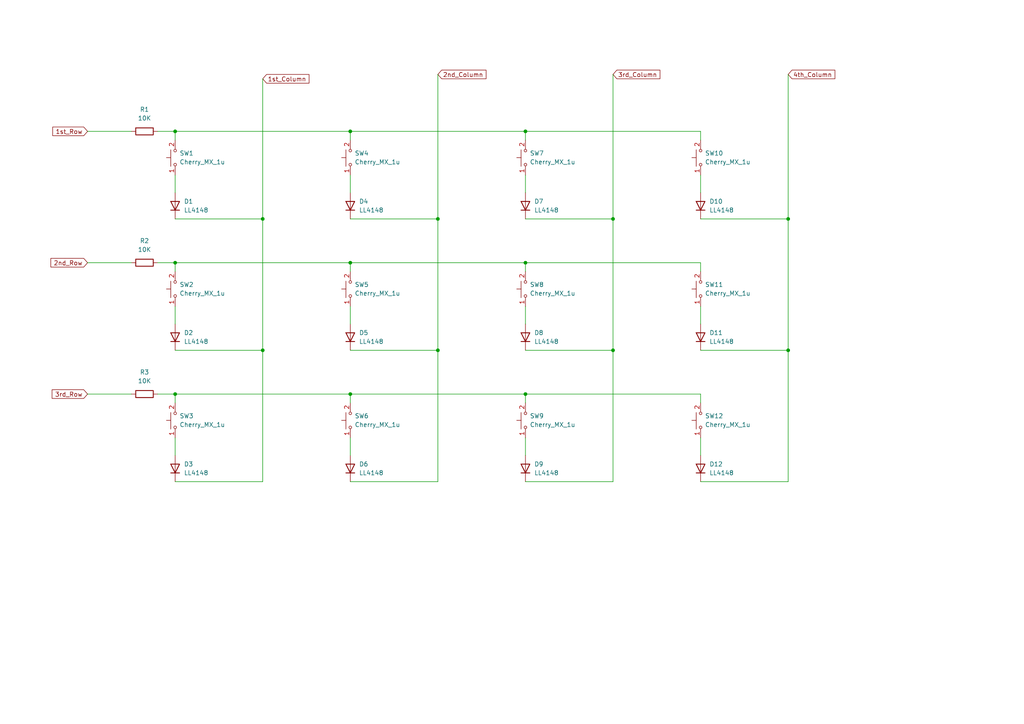
<source format=kicad_sch>
(kicad_sch (version 20211123) (generator eeschema)
  (paper "A4")
  (lib_symbols
    (symbol "Device:R" (pin_numbers hide) (pin_names (offset 0))
      (property "Reference" "R" (at 2.032 0 90))
      (property "Value" "R" (at 0 0 90))
      (symbol "R_0_1"
        (rectangle (start -1.016 -2.54) (end 1.016 2.54) (stroke (width 0.254)))
      )
      (symbol "R_1_1"
        (pin passive line (at 0 3.81 270) (length 1.27) (name "~") (number "1"))
        (pin passive line (at 0 -3.81 90) (length 1.27) (name "~") (number "2"))
      )
    )
    (symbol "Diode:LL4148" (pin_numbers hide) (pin_names (offset 1.016) hide)
      (property "Reference" "D" (at 0 2.54 0))
      (property "Value" "LL4148" (at 0 -2.54 0))
      (symbol "LL4148_0_1"
        (polyline (pts (xy -1.27 1.27) (xy -1.27 -1.27)) (stroke (width 0.254)))
        (polyline (pts (xy 1.27 0) (xy -1.27 0)))
        (polyline (pts (xy 1.27 1.27) (xy 1.27 -1.27) (xy -1.27 0) (xy 1.27 1.27)) (stroke (width 0.254)))
      )
      (symbol "LL4148_1_1"
        (pin passive line (at -3.81 0 0) (length 2.54) (name "K") (number "1"))
        (pin passive line (at 3.81 0 180) (length 2.54) (name "A") (number "2"))
      )
    )
    (symbol "cherry_mx:Cherry_MX_1u"
      (property "Reference" "SW" (at 0 3.81 0))
      (property "Value" "Cherry_MX_1u" (at 0 -3.81 0))
      (symbol "Cherry_MX_1u_0_1"
        (circle (center -2.032 0) (radius 0.3885))
        (polyline (pts (xy -2.54 1.27) (xy 2.286 1.27)))
        (polyline (pts (xy 0 1.27) (xy 0 2.54)))
        (circle (center 2.032 0) (radius 0.381))
      )
      (symbol "Cherry_MX_1u_1_1"
        (pin passive line (at -5.08 0 0) (length 2.54) (name "") (number "1"))
        (pin passive line (at 5.08 0 180) (length 2.54) (name "") (number "2"))
      )
    )
  )
  (junction (at 76.2 101.6))
  (junction (at 50.8 38.1))
  (junction (at 50.8 76.2))
  (junction (at 228.6 63.5))
  (junction (at 228.6 101.6))
  (junction (at 101.6 38.1))
  (junction (at 152.4 38.1))
  (junction (at 101.6 76.2))
  (junction (at 152.4 114.3))
  (junction (at 152.4 76.2))
  (junction (at 50.8 114.3))
  (junction (at 127 63.5))
  (junction (at 101.6 114.3))
  (junction (at 127 101.6))
  (junction (at 76.2 63.5))
  (junction (at 177.8 101.6))
  (junction (at 177.8 63.5))
  (wire (pts (xy 203.2 127) (xy 203.2 132.08)))
  (wire (pts (xy 152.4 76.2) (xy 203.2 76.2)))
  (wire (pts (xy 177.8 101.6) (xy 177.8 139.7)))
  (wire (pts (xy 228.6 101.6) (xy 228.6 139.7)))
  (wire (pts (xy 76.2 63.5) (xy 76.2 101.6)))
  (wire (pts (xy 76.2 101.6) (xy 76.2 139.7)))
  (wire (pts (xy 203.2 114.3) (xy 203.2 116.84)))
  (wire (pts (xy 203.2 38.1) (xy 203.2 40.64)))
  (wire (pts (xy 203.2 88.9) (xy 203.2 93.98)))
  (wire (pts (xy 45.72 114.3) (xy 50.8 114.3)))
  (wire (pts (xy 127 101.6) (xy 101.6 101.6)))
  (wire (pts (xy 152.4 38.1) (xy 152.4 40.64)))
  (wire (pts (xy 152.4 63.5) (xy 177.8 63.5)))
  (wire (pts (xy 101.6 76.2) (xy 152.4 76.2)))
  (wire (pts (xy 101.6 88.9) (xy 101.6 93.98)))
  (wire (pts (xy 101.6 114.3) (xy 152.4 114.3)))
  (wire (pts (xy 177.8 21.59) (xy 177.8 63.5)))
  (wire (pts (xy 50.8 76.2) (xy 101.6 76.2)))
  (wire (pts (xy 50.8 50.8) (xy 50.8 55.88)))
  (wire (pts (xy 76.2 139.7) (xy 50.8 139.7)))
  (wire (pts (xy 203.2 50.8) (xy 203.2 55.88)))
  (wire (pts (xy 152.4 114.3) (xy 152.4 116.84)))
  (wire (pts (xy 152.4 88.9) (xy 152.4 93.98)))
  (wire (pts (xy 228.6 21.59) (xy 228.6 63.5)))
  (wire (pts (xy 50.8 63.5) (xy 76.2 63.5)))
  (wire (pts (xy 152.4 127) (xy 152.4 132.08)))
  (wire (pts (xy 152.4 76.2) (xy 152.4 78.74)))
  (wire (pts (xy 101.6 114.3) (xy 101.6 116.84)))
  (wire (pts (xy 101.6 63.5) (xy 127 63.5)))
  (wire (pts (xy 203.2 63.5) (xy 228.6 63.5)))
  (wire (pts (xy 228.6 139.7) (xy 203.2 139.7)))
  (wire (pts (xy 203.2 76.2) (xy 203.2 78.74)))
  (wire (pts (xy 152.4 114.3) (xy 203.2 114.3)))
  (wire (pts (xy 101.6 40.64) (xy 101.6 38.1)))
  (wire (pts (xy 76.2 22.86) (xy 76.2 63.5)))
  (wire (pts (xy 127 21.59) (xy 127 63.5)))
  (wire (pts (xy 50.8 101.6) (xy 76.2 101.6)))
  (wire (pts (xy 50.8 78.74) (xy 50.8 76.2)))
  (wire (pts (xy 25.4 38.1) (xy 38.1 38.1)))
  (wire (pts (xy 50.8 38.1) (xy 101.6 38.1)))
  (wire (pts (xy 45.72 76.2) (xy 50.8 76.2)))
  (wire (pts (xy 50.8 114.3) (xy 101.6 114.3)))
  (wire (pts (xy 152.4 101.6) (xy 177.8 101.6)))
  (wire (pts (xy 152.4 38.1) (xy 203.2 38.1)))
  (wire (pts (xy 101.6 76.2) (xy 101.6 78.74)))
  (wire (pts (xy 45.72 38.1) (xy 50.8 38.1)))
  (wire (pts (xy 177.8 139.7) (xy 152.4 139.7)))
  (wire (pts (xy 50.8 127) (xy 50.8 132.08)))
  (wire (pts (xy 127 63.5) (xy 127 101.6)))
  (wire (pts (xy 177.8 63.5) (xy 177.8 101.6)))
  (wire (pts (xy 25.4 114.3) (xy 38.1 114.3)))
  (wire (pts (xy 101.6 50.8) (xy 101.6 55.88)))
  (wire (pts (xy 203.2 101.6) (xy 228.6 101.6)))
  (wire (pts (xy 228.6 63.5) (xy 228.6 101.6)))
  (wire (pts (xy 50.8 116.84) (xy 50.8 114.3)))
  (wire (pts (xy 50.8 38.1) (xy 50.8 40.64)))
  (wire (pts (xy 101.6 38.1) (xy 152.4 38.1)))
  (wire (pts (xy 127 101.6) (xy 127 139.7)))
  (wire (pts (xy 101.6 127) (xy 101.6 132.08)))
  (wire (pts (xy 50.8 88.9) (xy 50.8 93.98)))
  (wire (pts (xy 25.4 76.2) (xy 38.1 76.2)))
  (wire (pts (xy 152.4 50.8) (xy 152.4 55.88)))
  (wire (pts (xy 127 139.7) (xy 101.6 139.7)))
  (global_label "2nd_Row" (shape input) (at 25.4 76.2 180) (property "Intersheet References" "${INTERSHEET_REFS}" (effects hide)))
  (global_label "4th_Column" (shape input) (at 228.6 21.59 0) (property "Intersheet References" "${INTERSHEET_REFS}" (effects hide)))
  (global_label "2nd_Column" (shape input) (at 127 21.59 0) (property "Intersheet References" "${INTERSHEET_REFS}" (effects hide)))
  (global_label "3rd_Column" (shape input) (at 177.8 21.59 0) (property "Intersheet References" "${INTERSHEET_REFS}" (effects hide)))
  (global_label "1st_Column" (shape input) (at 76.2 22.86 0) (property "Intersheet References" "${INTERSHEET_REFS}" (effects hide)))
  (global_label "3rd_Row" (shape input) (at 25.4 114.3 180) (property "Intersheet References" "${INTERSHEET_REFS}" (effects hide)))
  (global_label "1st_Row" (shape input) (at 25.4 38.1 180) (property "Intersheet References" "${INTERSHEET_REFS}" (effects hide)))
  (symbol (lib_id "cherry_mx:Cherry_MX_1u") (at 50.8 121.92 90) (unit 1)
    (property "Reference" "SW3" (at 52.07 120.6499 90) (effects (justify right)))
    (property "Value" "Cherry_MX_1u" (at 52.07 123.1899 90) (effects (justify right)))
    (property "Footprint" "cherry_mx:SW_Cherry_MX_PCB_1.00u" (effects hide))
  )
  (symbol (lib_id "Diode:LL4148") (at 203.2 97.79 90) (unit 1)
    (property "Reference" "D11" (at 205.74 96.5199 90) (effects (justify right)))
    (property "Value" "LL4148" (at 205.74 99.0599 90) (effects (justify right)))
    (property "Footprint" "Diode_SMD:D_MiniMELF" (effects hide))
    (property "Datasheet" "http://www.vishay.com/docs/85557/ll4148.pdf" (effects hide))
  )
  (symbol (lib_id "Diode:LL4148") (at 203.2 135.89 90) (unit 1)
    (property "Reference" "D12" (at 205.74 134.6199 90) (effects (justify right)))
    (property "Value" "LL4148" (at 205.74 137.1599 90) (effects (justify right)))
    (property "Footprint" "Diode_SMD:D_MiniMELF" (effects hide))
    (property "Datasheet" "http://www.vishay.com/docs/85557/ll4148.pdf" (effects hide))
  )
  (symbol (lib_id "Diode:LL4148") (at 101.6 97.79 90) (unit 1)
    (property "Reference" "D5" (at 104.14 96.5199 90) (effects (justify right)))
    (property "Value" "LL4148" (at 104.14 99.0599 90) (effects (justify right)))
    (property "Footprint" "Diode_SMD:D_MiniMELF" (effects hide))
    (property "Datasheet" "http://www.vishay.com/docs/85557/ll4148.pdf" (effects hide))
  )
  (symbol (lib_id "Diode:LL4148") (at 203.2 59.69 90) (unit 1)
    (property "Reference" "D10" (at 205.74 58.4199 90) (effects (justify right)))
    (property "Value" "LL4148" (at 205.74 60.9599 90) (effects (justify right)))
    (property "Footprint" "Diode_SMD:D_MiniMELF" (effects hide))
    (property "Datasheet" "http://www.vishay.com/docs/85557/ll4148.pdf" (effects hide))
  )
  (symbol (lib_id "cherry_mx:Cherry_MX_1u") (at 101.6 83.82 90) (unit 1)
    (property "Reference" "SW5" (at 102.87 82.5499 90) (effects (justify right)))
    (property "Value" "Cherry_MX_1u" (at 102.87 85.0899 90) (effects (justify right)))
    (property "Footprint" "cherry_mx:SW_Cherry_MX_PCB_1.00u" (effects hide))
  )
  (symbol (lib_id "Diode:LL4148") (at 50.8 59.69 90) (unit 1)
    (property "Reference" "D1" (at 53.34 58.4199 90) (effects (justify right)))
    (property "Value" "LL4148" (at 53.34 60.9599 90) (effects (justify right)))
    (property "Footprint" "Diode_SMD:D_MiniMELF" (effects hide))
    (property "Datasheet" "http://www.vishay.com/docs/85557/ll4148.pdf" (effects hide))
  )
  (symbol (lib_id "Device:R") (at 41.91 114.3 90) (unit 1)
    (property "Reference" "R3" (at 41.91 107.95 90))
    (property "Value" "10K" (at 41.91 110.49 90))
    (property "Footprint" "Resistor_SMD:R_0805_2012Metric_Pad1.20x1.40mm_HandSolder" (effects hide))
  )
  (symbol (lib_id "cherry_mx:Cherry_MX_1u") (at 152.4 121.92 90) (unit 1)
    (property "Reference" "SW9" (at 153.67 120.6499 90) (effects (justify right)))
    (property "Value" "Cherry_MX_1u" (at 153.67 123.1899 90) (effects (justify right)))
    (property "Footprint" "cherry_mx:SW_Cherry_MX_PCB_1.00u" (effects hide))
  )
  (symbol (lib_id "cherry_mx:Cherry_MX_1u") (at 101.6 121.92 90) (unit 1)
    (property "Reference" "SW6" (at 102.87 120.6499 90) (effects (justify right)))
    (property "Value" "Cherry_MX_1u" (at 102.87 123.1899 90) (effects (justify right)))
    (property "Footprint" "cherry_mx:SW_Cherry_MX_PCB_1.00u" (effects hide))
  )
  (symbol (lib_id "cherry_mx:Cherry_MX_1u") (at 152.4 83.82 90) (unit 1)
    (property "Reference" "SW8" (at 153.67 82.5499 90) (effects (justify right)))
    (property "Value" "Cherry_MX_1u" (at 153.67 85.0899 90) (effects (justify right)))
    (property "Footprint" "cherry_mx:SW_Cherry_MX_PCB_1.00u" (effects hide))
  )
  (symbol (lib_id "cherry_mx:Cherry_MX_1u") (at 101.6 45.72 90) (unit 1)
    (property "Reference" "SW4" (at 102.87 44.4499 90) (effects (justify right)))
    (property "Value" "Cherry_MX_1u" (at 102.87 46.9899 90) (effects (justify right)))
    (property "Footprint" "cherry_mx:SW_Cherry_MX_PCB_1.00u" (effects hide))
  )
  (symbol (lib_id "Diode:LL4148") (at 152.4 59.69 90) (unit 1)
    (property "Reference" "D7" (at 154.94 58.4199 90) (effects (justify right)))
    (property "Value" "LL4148" (at 154.94 60.9599 90) (effects (justify right)))
    (property "Footprint" "Diode_SMD:D_MiniMELF" (effects hide))
    (property "Datasheet" "http://www.vishay.com/docs/85557/ll4148.pdf" (effects hide))
  )
  (symbol (lib_id "cherry_mx:Cherry_MX_1u") (at 203.2 45.72 90) (unit 1)
    (property "Reference" "SW10" (at 204.47 44.4499 90) (effects (justify right)))
    (property "Value" "Cherry_MX_1u" (at 204.47 46.9899 90) (effects (justify right)))
    (property "Footprint" "cherry_mx:SW_Cherry_MX_PCB_1.00u" (effects hide))
  )
  (symbol (lib_id "cherry_mx:Cherry_MX_1u") (at 152.4 45.72 90) (unit 1)
    (property "Reference" "SW7" (at 153.67 44.4499 90) (effects (justify right)))
    (property "Value" "Cherry_MX_1u" (at 153.67 46.9899 90) (effects (justify right)))
    (property "Footprint" "cherry_mx:SW_Cherry_MX_PCB_1.00u" (effects hide))
  )
  (symbol (lib_id "Device:R") (at 41.91 38.1 90) (unit 1)
    (property "Reference" "R1" (at 41.91 31.75 90))
    (property "Value" "10K" (at 41.91 34.29 90))
    (property "Footprint" "Resistor_SMD:R_0805_2012Metric_Pad1.20x1.40mm_HandSolder" (effects hide))
  )
  (symbol (lib_id "cherry_mx:Cherry_MX_1u") (at 203.2 83.82 90) (unit 1)
    (property "Reference" "SW11" (at 204.47 82.5499 90) (effects (justify right)))
    (property "Value" "Cherry_MX_1u" (at 204.47 85.0899 90) (effects (justify right)))
    (property "Footprint" "cherry_mx:SW_Cherry_MX_PCB_1.00u" (effects hide))
  )
  (symbol (lib_id "Diode:LL4148") (at 101.6 135.89 90) (unit 1)
    (property "Reference" "D6" (at 104.14 134.6199 90) (effects (justify right)))
    (property "Value" "LL4148" (at 104.14 137.1599 90) (effects (justify right)))
    (property "Footprint" "Diode_SMD:D_MiniMELF" (effects hide))
    (property "Datasheet" "http://www.vishay.com/docs/85557/ll4148.pdf" (effects hide))
  )
  (symbol (lib_id "Diode:LL4148") (at 50.8 97.79 90) (unit 1)
    (property "Reference" "D2" (at 53.34 96.5199 90) (effects (justify right)))
    (property "Value" "LL4148" (at 53.34 99.0599 90) (effects (justify right)))
    (property "Footprint" "Diode_SMD:D_MiniMELF" (effects hide))
    (property "Datasheet" "http://www.vishay.com/docs/85557/ll4148.pdf" (effects hide))
  )
  (symbol (lib_id "cherry_mx:Cherry_MX_1u") (at 50.8 45.72 90) (unit 1)
    (property "Reference" "SW1" (at 52.07 44.4499 90) (effects (justify right)))
    (property "Value" "Cherry_MX_1u" (at 52.07 46.9899 90) (effects (justify right)))
    (property "Footprint" "cherry_mx:SW_Cherry_MX_PCB_1.00u" (effects hide))
  )
  (symbol (lib_id "Diode:LL4148") (at 152.4 135.89 90) (unit 1)
    (property "Reference" "D9" (at 154.94 134.6199 90) (effects (justify right)))
    (property "Value" "LL4148" (at 154.94 137.1599 90) (effects (justify right)))
    (property "Footprint" "Diode_SMD:D_MiniMELF" (effects hide))
    (property "Datasheet" "http://www.vishay.com/docs/85557/ll4148.pdf" (effects hide))
  )
  (symbol (lib_id "Diode:LL4148") (at 101.6 59.69 90) (unit 1)
    (property "Reference" "D4" (at 104.14 58.4199 90) (effects (justify right)))
    (property "Value" "LL4148" (at 104.14 60.9599 90) (effects (justify right)))
    (property "Footprint" "Diode_SMD:D_MiniMELF" (effects hide))
    (property "Datasheet" "http://www.vishay.com/docs/85557/ll4148.pdf" (effects hide))
  )
  (symbol (lib_id "cherry_mx:Cherry_MX_1u") (at 50.8 83.82 90) (unit 1)
    (property "Reference" "SW2" (at 52.07 82.5499 90) (effects (justify right)))
    (property "Value" "Cherry_MX_1u" (at 52.07 85.0899 90) (effects (justify right)))
    (property "Footprint" "cherry_mx:SW_Cherry_MX_PCB_1.00u" (effects hide))
  )
  (symbol (lib_id "cherry_mx:Cherry_MX_1u") (at 203.2 121.92 90) (unit 1)
    (property "Reference" "SW12" (at 204.47 120.6499 90) (effects (justify right)))
    (property "Value" "Cherry_MX_1u" (at 204.47 123.1899 90) (effects (justify right)))
    (property "Footprint" "cherry_mx:SW_Cherry_MX_PCB_1.00u" (effects hide))
  )
  (symbol (lib_id "Device:R") (at 41.91 76.2 90) (unit 1)
    (property "Reference" "R2" (at 41.91 69.85 90))
    (property "Value" "10K" (at 41.91 72.39 90))
    (property "Footprint" "Resistor_SMD:R_0805_2012Metric_Pad1.20x1.40mm_HandSolder" (effects hide))
  )
  (symbol (lib_id "Diode:LL4148") (at 152.4 97.79 90) (unit 1)
    (property "Reference" "D8" (at 154.94 96.5199 90) (effects (justify right)))
    (property "Value" "LL4148" (at 154.94 99.0599 90) (effects (justify right)))
    (property "Footprint" "Diode_SMD:D_MiniMELF" (effects hide))
    (property "Datasheet" "http://www.vishay.com/docs/85557/ll4148.pdf" (effects hide))
  )
  (symbol (lib_id "Diode:LL4148") (at 50.8 135.89 90) (unit 1)
    (property "Reference" "D3" (at 53.34 134.6199 90) (effects (justify right)))
    (property "Value" "LL4148" (at 53.34 137.1599 90) (effects (justify right)))
    (property "Footprint" "Diode_SMD:D_MiniMELF" (effects hide))
    (property "Datasheet" "http://www.vishay.com/docs/85557/ll4148.pdf" (effects hide))
  )
)
</source>
